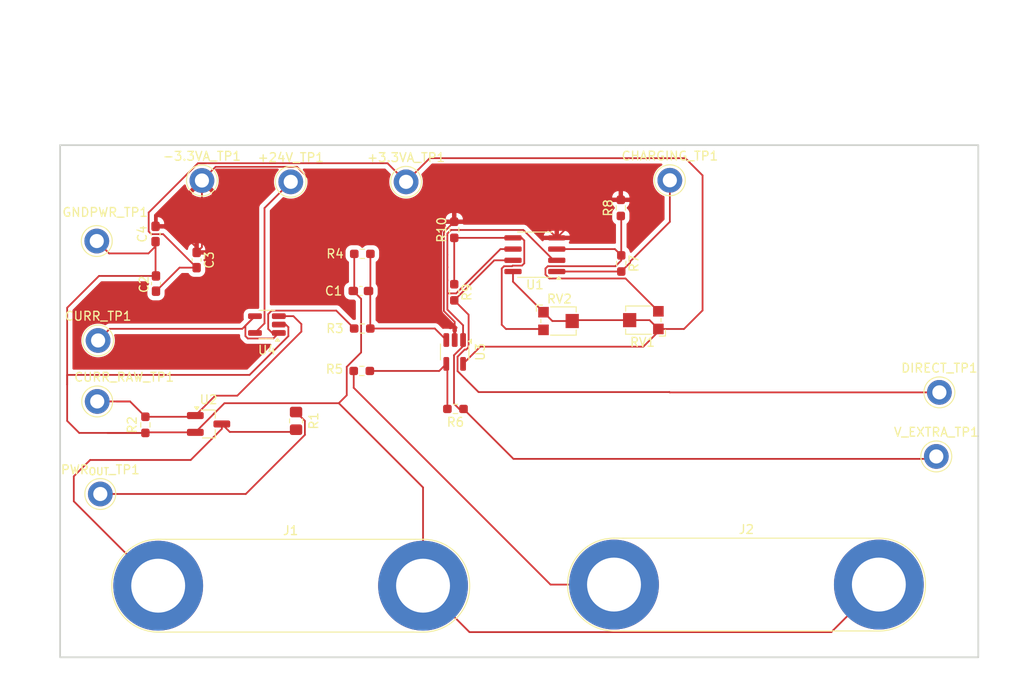
<source format=kicad_pcb>
(kicad_pcb (version 20241229) (generator "pcbnew") (generator_version "9.0")
  (layers (0 "F.Cu" signal) (2 "B.Cu" signal) (13 "F.Paste" user) (15 "B.Paste" user) (5 "F.SilkS" user "F.Silkscreen") (7 "B.SilkS" user "B.Silkscreen") (1 "F.Mask" user) (3 "B.Mask" user) (25 "Edge.Cuts" user))
  (net 0 "")
  (net 1 "+3.3VA")
  (net 2 "GNDPWR")
  (net 3 "/Current Sense/VN")
  (net 4 "+24V")
  (net 5 "/Current Sense/CEN_REF")
  (net 6 "-3V3")
  (net 7 "/Current Sense/VP")
  (net 8 "/Current Sense/DEN_REF")
  (net 9 "/Current Sense/CHARGING_IEN")
  (net 10 "/Current Sense/CURR")
  (net 11 "/Current Sense/DIRECT_IEN")
  (net 12 "/Current Sense/PWR_{IN}")
  (net 13 "/Current Sense/PWR_{OUT}")
  (net 14 "/Current Sense/POW_LIMIT")
  (net 15 "CURR_{RAW}")
  (net 16 "V_EXTRA")
  (footprint "Connector:Banana_Jack_2Pin" (layer "F.Cu") (at 208.98 108.05)
    (property "Reference" "J2" (at 14.985 -6.24 0) (layer "F.SilkS"))
    (property "Value" "Conn_01x02_Socket")
    (fp_line (start 0 5.25) (end 30 5.25) (stroke (width 0.12)) (layer "F.SilkS"))
    (fp_line (start 30 -5.25) (end 0 -5.25) (stroke (width 0.12)) (layer "F.SilkS"))
    (fp_arc (start 0 5.25) (mid -5.25 0) (end 0 -5.25) (stroke (width 0.12)) (layer "F.SilkS"))
    (fp_arc (start 30 -5.25) (mid 35.25 0) (end 30 5.25) (stroke (width 0.12)) (layer "F.SilkS"))
    (pad "1" thru_hole circle (at 0 0) (size 10.16 10.16) (drill 6.1) (layers "*.Cu" "*.Mask") (net 14 "/Current Sense/POW_LIMIT"))
    (pad "2" thru_hole circle (at 29.97 0) (size 10.16 10.16) (drill 6.1) (layers "*.Cu" "*.Mask") (net 2 "GNDPWR"))
  )
  (footprint "Resistor_SMD:R_0603_1608Metric_Pad0.98x0.95mm_HandSolder" (layer "F.Cu") (at 191.0385 88.176)
    (property "Reference" "R6" (at 0 1.5 0) (layer "F.SilkS"))
    (property "Value" "120k")
    (fp_line (start -0.254724 -0.5225) (end 0.254724 -0.5225) (stroke (width 0.12)) (layer "F.SilkS"))
    (fp_line (start -0.254724 0.5225) (end 0.254724 0.5225) (stroke (width 0.12)) (layer "F.SilkS"))
    (pad "1" smd roundrect (at -0.9125 0) (size 0.975 0.95) (layers "F.Cu" "F.Mask" "F.Paste") (net 7 "/Current Sense/VP"))
    (pad "2" smd roundrect (at 0.9125 0) (size 0.975 0.95) (layers "F.Cu" "F.Mask" "F.Paste") (net 16 "V_EXTRA"))
  )
  (footprint "Package_TO_SOT_SMD:SOT-23_Handsoldering" (layer "F.Cu") (at 163.101 89.876)
    (property "Reference" "U2" (at 0 -2.75 0) (layer "F.SilkS"))
    (property "Value" "INA138")
    (fp_line (start -0.04 -1.58) (end -0.84 -1.58) (stroke (width 0.12)) (layer "F.SilkS"))
    (fp_line (start -0.04 -1.58) (end 0.76 -1.58) (stroke (width 0.12)) (layer "F.SilkS"))
    (fp_line (start 0.76 -1.58) (end 0.76 -0.65) (stroke (width 0.12)) (layer "F.SilkS"))
    (fp_line (start 0.76 1.58) (end -0.7 1.58) (stroke (width 0.12)) (layer "F.SilkS"))
    (fp_line (start 0.76 1.58) (end 0.76 0.65) (stroke (width 0.12)) (layer "F.SilkS"))
    (fp_poly (pts (xy -1.34 -1.61) (xy -1.58 -1.94) (xy -1.1 -1.94) (xy -1.34 -1.61)) (stroke (width 0.12)) (fill yes) (layer "F.SilkS"))
    (pad "1" smd roundrect (at -1.5 -0.95) (size 1.9 0.8) (layers "F.Cu" "F.Mask" "F.Paste") (net 15 "CURR_{RAW}"))
    (pad "2" smd roundrect (at -1.5 0.95) (size 1.9 0.8) (layers "F.Cu" "F.Mask" "F.Paste") (net 2 "GNDPWR"))
    (pad "3" smd roundrect (at 1.5 0) (size 1.9 0.8) (layers "F.Cu" "F.Mask" "F.Paste") (net 12 "/Current Sense/PWR_{IN}"))
  )
  (footprint "Package_TO_SOT_SMD:SOT-23-5_HandSoldering" (layer "F.Cu") (at 169.701 78.626 180)
    (property "Reference" "U4" (at 0 -2.9 0) (layer "F.SilkS"))
    (property "Value" "TLV9301")
    (fp_line (start 0.1 -1.61) (end 0.9 -1.61) (stroke (width 0.12)) (layer "F.SilkS"))
    (fp_line (start 0.1 -1.61) (end -0.7 -1.61) (stroke (width 0.12)) (layer "F.SilkS"))
    (fp_line (start -0.9 1.61) (end 0.9 1.61) (stroke (width 0.12)) (layer "F.SilkS"))
    (fp_poly (pts (xy -1.2 -1.56) (xy -1.44 -1.89) (xy -0.96 -1.89) (xy -1.2 -1.56)) (stroke (width 0.12)) (fill yes) (layer "F.SilkS"))
    (pad "1" smd roundrect (at -1.35 -0.95 180) (size 1.56 0.65) (layers "F.Cu" "F.Mask" "F.Paste") (net 10 "/Current Sense/CURR"))
    (pad "2" smd roundrect (at -1.35 0 180) (size 1.56 0.65) (layers "F.Cu" "F.Mask" "F.Paste") (net 2 "GNDPWR"))
    (pad "3" smd roundrect (at -1.35 0.95 180) (size 1.56 0.65) (layers "F.Cu" "F.Mask" "F.Paste") (net 15 "CURR_{RAW}"))
    (pad "4" smd roundrect (at 1.35 0.95 180) (size 1.56 0.65) (layers "F.Cu" "F.Mask" "F.Paste") (net 10 "/Current Sense/CURR"))
    (pad "5" smd roundrect (at 1.35 -0.95 180) (size 1.56 0.65) (layers "F.Cu" "F.Mask" "F.Paste") (net 4 "+24V"))
  )
  (footprint "Capacitor_SMD:C_0603_1608Metric_Pad1.08x0.95mm_HandSolder" (layer "F.Cu") (at 157.151 73.9885 -90)
    (property "Reference" "C2" (at 0.0875 1.35 90) (layer "F.SilkS"))
    (property "Value" "0.1u")
    (fp_line (start -0.146267 0.51) (end 0.146267 0.51) (stroke (width 0.12)) (layer "F.SilkS"))
    (fp_line (start -0.146267 -0.51) (end 0.146267 -0.51) (stroke (width 0.12)) (layer "F.SilkS"))
    (pad "1" smd roundrect (at -0.8625 0 270) (size 1.075 0.95) (layers "F.Cu" "F.Mask" "F.Paste") (net 2 "GNDPWR"))
    (pad "2" smd roundrect (at 0.8625 0 270) (size 1.075 0.95) (layers "F.Cu" "F.Mask" "F.Paste") (net 1 "+3.3VA"))
  )
  (footprint "Potentiometer_SMD:Potentiometer_Bourns_TC33X_Vertical" (layer "F.Cu") (at 202.801 78.226)
    (property "Reference" "RV2" (at 0 -2.5 0) (layer "F.SilkS"))
    (property "Value" "TC33X-2-302E")
    (fp_line (start -2.6 -1.8) (end -2.6 -1.1) (stroke (width 0.12)) (layer "F.SilkS"))
    (fp_line (start -2.1 -0.2) (end -2.1 0.2) (stroke (width 0.12)) (layer "F.SilkS"))
    (fp_line (start -1.9 -1.8) (end -2.6 -1.8) (stroke (width 0.12)) (layer "F.SilkS"))
    (fp_line (start -1 -1.6) (end 1.9 -1.6) (stroke (width 0.12)) (layer "F.SilkS"))
    (fp_line (start -1 1.6) (end 1.9 1.6) (stroke (width 0.12)) (layer "F.SilkS"))
    (fp_line (start 1.9 -1.6) (end 1.9 -1) (stroke (width 0.12)) (layer "F.SilkS"))
    (fp_line (start 1.9 1.6) (end 1.9 1) (stroke (width 0.12)) (layer "F.SilkS"))
    (pad "1" smd rect (at -1.8 -1) (size 1.2 1.2) (layers "F.Cu" "F.Mask" "F.Paste") (net 1 "+3.3VA"))
    (pad "2" smd rect (at 1.45 0) (size 1.5 1.6) (layers "F.Cu" "F.Mask" "F.Paste") (net 1 "+3.3VA"))
    (pad "3" smd rect (at -1.8 1) (size 1.2 1.2) (layers "F.Cu" "F.Mask" "F.Paste") (net 8 "/Current Sense/DEN_REF"))
  )
  (footprint "TestPoint:TestPoint_Keystone_5010-5014_Multipurpose" (layer "F.Cu") (at 245.8 86.3)
    (property "Reference" "DIRECT_TP1" (at 0 -2.75 0) (layer "F.SilkS"))
    (property "Value" "TestPoint")
    (fp_circle (center 0 0) (end 1.75 0) (stroke (width 0.12)) (fill no) (layer "F.SilkS"))
    (pad "1" thru_hole circle (at 0 0) (size 2.8 2.8) (drill 1.6) (layers "*.Cu" "*.Mask") (net 11 "/Current Sense/DIRECT_IEN"))
  )
  (footprint "TestPoint:TestPoint_Keystone_5010-5014_Multipurpose" (layer "F.Cu") (at 162.351 62.326)
    (property "Reference" "-3.3VA_TP1" (at 0 -2.75 0) (layer "F.SilkS"))
    (property "Value" "TestPoint")
    (fp_circle (center 0 0) (end 1.75 0) (stroke (width 0.12)) (fill no) (layer "F.SilkS"))
    (pad "1" thru_hole circle (at 0 0) (size 2.8 2.8) (drill 1.6) (layers "*.Cu" "*.Mask") (net 6 "-3V3"))
  )
  (footprint "Capacitor_SMD:C_0603_1608Metric_Pad1.08x0.95mm_HandSolder" (layer "F.Cu") (at 157.101 68.376 -90)
    (property "Reference" "C4" (at 0 1.5 90) (layer "F.SilkS"))
    (property "Value" "0.1u")
    (fp_line (start -0.146267 0.51) (end 0.146267 0.51) (stroke (width 0.12)) (layer "F.SilkS"))
    (fp_line (start -0.146267 -0.51) (end 0.146267 -0.51) (stroke (width 0.12)) (layer "F.SilkS"))
    (pad "1" smd roundrect (at -0.8625 0 270) (size 1.075 0.95) (layers "F.Cu" "F.Mask" "F.Paste") (net 6 "-3V3"))
    (pad "2" smd roundrect (at 0.8625 0 270) (size 1.075 0.95) (layers "F.Cu" "F.Mask" "F.Paste") (net 2 "GNDPWR"))
  )
  (footprint "TestPoint:TestPoint_Keystone_5010-5014_Multipurpose" (layer "F.Cu") (at 150.501 87.326)
    (property "Reference" "CURR_RAW_TP1" (at 3.05 -2.75 0) (layer "F.SilkS"))
    (property "Value" "TestPoint")
    (fp_circle (center 0 0) (end 1.75 0) (stroke (width 0.12)) (fill no) (layer "F.SilkS"))
    (pad "1" thru_hole circle (at 0 0) (size 2.8 2.8) (drill 1.6) (layers "*.Cu" "*.Mask") (net 15 "CURR_{RAW}"))
  )
  (footprint "Resistor_SMD:R_0603_1608Metric_Pad0.98x0.95mm_HandSolder" (layer "F.Cu") (at 209.751 65.426 90)
    (property "Reference" "R8" (at 0 -1.43 90) (layer "F.SilkS"))
    (property "Value" "1k")
    (fp_line (start -0.254724 -0.5225) (end 0.254724 -0.5225) (stroke (width 0.12)) (layer "F.SilkS"))
    (fp_line (start -0.254724 0.5225) (end 0.254724 0.5225) (stroke (width 0.12)) (layer "F.SilkS"))
    (pad "1" smd roundrect (at -0.9125 0 90) (size 0.975 0.95) (layers "F.Cu" "F.Mask" "F.Paste") (net 5 "/Current Sense/CEN_REF"))
    (pad "2" smd roundrect (at 0.9125 0 90) (size 0.975 0.95) (layers "F.Cu" "F.Mask" "F.Paste") (net 6 "-3V3"))
  )
  (footprint "TestPoint:TestPoint_Keystone_5010-5014_Multipurpose" (layer "F.Cu") (at 150.85 97.8)
    (property "Reference" "PWR_{OUT}_TP1" (at 0 -2.75 0) (layer "F.SilkS"))
    (property "Value" "TestPoint")
    (fp_circle (center 0 0) (end 1.75 0) (stroke (width 0.12)) (fill no) (layer "F.SilkS"))
    (pad "1" thru_hole circle (at 0 0) (size 2.8 2.8) (drill 1.6) (layers "*.Cu" "*.Mask") (net 13 "/Current Sense/PWR_{OUT}"))
  )
  (footprint "Package_TO_SOT_SMD:SOT-23-5_HandSoldering" (layer "F.Cu") (at 190.951 81.726 -90)
    (property "Reference" "U3" (at 0 -2.9 90) (layer "F.SilkS"))
    (property "Value" "TLV9301")
    (fp_line (start -0.9 1.61) (end 0.9 1.61) (stroke (width 0.12)) (layer "F.SilkS"))
    (fp_line (start 0.1 -1.61) (end -0.7 -1.61) (stroke (width 0.12)) (layer "F.SilkS"))
    (fp_line (start 0.1 -1.61) (end 0.9 -1.61) (stroke (width 0.12)) (layer "F.SilkS"))
    (fp_poly (pts (xy -1.2 -1.56) (xy -1.44 -1.89) (xy -0.96 -1.89) (xy -1.2 -1.56)) (stroke (width 0.12)) (fill yes) (layer "F.SilkS"))
    (pad "1" smd roundrect (at -1.35 -0.95 270) (size 1.56 0.65) (layers "F.Cu" "F.Mask" "F.Paste") (net 16 "V_EXTRA"))
    (pad "2" smd roundrect (at -1.35 0 270) (size 1.56 0.65) (layers "F.Cu" "F.Mask" "F.Paste") (net 6 "-3V3"))
    (pad "3" smd roundrect (at -1.35 0.95 270) (size 1.56 0.65) (layers "F.Cu" "F.Mask" "F.Paste") (net 3 "/Current Sense/VN"))
    (pad "4" smd roundrect (at 1.35 0.95 270) (size 1.56 0.65) (layers "F.Cu" "F.Mask" "F.Paste") (net 7 "/Current Sense/VP"))
    (pad "5" smd roundrect (at 1.35 -0.95 270) (size 1.56 0.65) (layers "F.Cu" "F.Mask" "F.Paste") (net 1 "+3.3VA"))
  )
  (footprint "Capacitor_SMD:C_0603_1608Metric_Pad1.08x0.95mm_HandSolder" (layer "F.Cu") (at 161.751 71.326 -90)
    (property "Reference" "C3" (at 0 -1.43 90) (layer "F.SilkS"))
    (property "Value" "0.1u")
    (fp_line (start -0.146267 0.51) (end 0.146267 0.51) (stroke (width 0.12)) (layer "F.SilkS"))
    (fp_line (start -0.146267 -0.51) (end 0.146267 -0.51) (stroke (width 0.12)) (layer "F.SilkS"))
    (pad "1" smd roundrect (at -0.8625 0 270) (size 1.075 0.95) (layers "F.Cu" "F.Mask" "F.Paste") (net 6 "-3V3"))
    (pad "2" smd roundrect (at 0.8625 0 270) (size 1.075 0.95) (layers "F.Cu" "F.Mask" "F.Paste") (net 1 "+3.3VA"))
  )
  (footprint "Resistor_SMD:R_0603_1608Metric_Pad0.98x0.95mm_HandSolder" (layer "F.Cu") (at 180.4885 79.076)
    (property "Reference" "R3" (at -3.0875 0 0) (layer "F.SilkS"))
    (property "Value" "30k")
    (fp_line (start -0.254724 -0.5225) (end 0.254724 -0.5225) (stroke (width 0.12)) (layer "F.SilkS"))
    (fp_line (start -0.254724 0.5225) (end 0.254724 0.5225) (stroke (width 0.12)) (layer "F.SilkS"))
    (pad "1" smd roundrect (at -0.9125 0) (size 0.975 0.95) (layers "F.Cu" "F.Mask" "F.Paste") (net 10 "/Current Sense/CURR"))
    (pad "2" smd roundrect (at 0.9125 0) (size 0.975 0.95) (layers "F.Cu" "F.Mask" "F.Paste") (net 3 "/Current Sense/VN"))
  )
  (footprint "TestPoint:TestPoint_Keystone_5010-5014_Multipurpose" (layer "F.Cu") (at 150.601 80.426)
    (property "Reference" "CURR_TP1" (at 0 -2.75 0) (layer "F.SilkS"))
    (property "Value" "TestPoint")
    (fp_circle (center 0 0) (end 1.75 0) (stroke (width 0.12)) (fill no) (layer "F.SilkS"))
    (pad "1" thru_hole circle (at 0 0) (size 2.8 2.8) (drill 1.6) (layers "*.Cu" "*.Mask") (net 10 "/Current Sense/CURR"))
  )
  (footprint "TestPoint:TestPoint_Keystone_5010-5014_Multipurpose" (layer "F.Cu") (at 185.451 62.476)
    (property "Reference" "+3.3VA_TP1" (at 0 -2.75 0) (layer "F.SilkS"))
    (property "Value" "TestPoint")
    (fp_circle (center 0 0) (end 1.75 0) (stroke (width 0.12)) (fill no) (layer "F.SilkS"))
    (pad "1" thru_hole circle (at 0 0) (size 2.8 2.8) (drill 1.6) (layers "*.Cu" "*.Mask") (net 1 "+3.3VA"))
  )
  (footprint "TestPoint:TestPoint_Keystone_5010-5014_Multipurpose" (layer "F.Cu") (at 172.401 62.476)
    (property "Reference" "+24V_TP1" (at 0 -2.75 0) (layer "F.SilkS"))
    (property "Value" "TestPoint")
    (fp_circle (center 0 0) (end 1.75 0) (stroke (width 0.12)) (fill no) (layer "F.SilkS"))
    (pad "1" thru_hole circle (at 0 0) (size 2.8 2.8) (drill 1.6) (layers "*.Cu" "*.Mask") (net 4 "+24V"))
  )
  (footprint "Package_SO:SOIC-8_3.9x4.9mm_P1.27mm" (layer "F.Cu") (at 200.026 70.721 180)
    (property "Reference" "U1" (at 0 -3.4 0) (layer "F.SilkS"))
    (property "Value" "TS3702")
    (fp_line (start 0 2.56) (end 1.95 2.56) (stroke (width 0.12)) (layer "F.SilkS"))
    (fp_line (start 0 2.56) (end -1.95 2.56) (stroke (width 0.12)) (layer "F.SilkS"))
    (fp_line (start 0 -2.56) (end 1.95 -2.56) (stroke (width 0.12)) (layer "F.SilkS"))
    (fp_line (start 0 -2.56) (end -1.95 -2.56) (stroke (width 0.12)) (layer "F.SilkS"))
    (fp_poly (pts (xy -2.7 -2.465) (xy -2.94 -2.795) (xy -2.46 -2.795)) (stroke (width 0.12)) (fill yes) (layer "F.SilkS"))
    (pad "1" smd roundrect (at -2.475 -1.905 180) (size 1.95 0.6) (layers "F.Cu" "F.Mask" "F.Paste") (net 9 "/Current Sense/CHARGING_IEN"))
    (pad "2" smd roundrect (at -2.475 -0.635 180) (size 1.95 0.6) (layers "F.Cu" "F.Mask" "F.Paste") (net 16 "V_EXTRA"))
    (pad "3" smd roundrect (at -2.475 0.635 180) (size 1.95 0.6) (layers "F.Cu" "F.Mask" "F.Paste") (net 5 "/Current Sense/CEN_REF"))
    (pad "4" smd roundrect (at -2.475 1.905 180) (size 1.95 0.6) (layers "F.Cu" "F.Mask" "F.Paste") (net 6 "-3V3"))
    (pad "5" smd roundrect (at 2.475 1.905 180) (size 1.95 0.6) (layers "F.Cu" "F.Mask" "F.Paste") (net 8 "/Current Sense/DEN_REF"))
    (pad "6" smd roundrect (at 2.475 0.635 180) (size 1.95 0.6) (layers "F.Cu" "F.Mask" "F.Paste") (net 16 "V_EXTRA"))
    (pad "7" smd roundrect (at 2.475 -0.635 180) (size 1.95 0.6) (layers "F.Cu" "F.Mask" "F.Paste") (net 11 "/Current Sense/DIRECT_IEN"))
    (pad "8" smd roundrect (at 2.475 -1.905 180) (size 1.95 0.6) (layers "F.Cu" "F.Mask" "F.Paste") (net 1 "+3.3VA"))
  )
  (footprint "Resistor_SMD:R_0805_2012Metric_Pad1.20x1.40mm_HandSolder" (layer "F.Cu") (at 173.001 89.526 90)
    (property "Reference" "R1" (at 0 2 90) (layer "F.SilkS"))
    (property "Value" "0.02")
    (fp_line (start -0.227064 -0.735) (end 0.227064 -0.735) (stroke (width 0.12)) (layer "F.SilkS"))
    (fp_line (start -0.227064 0.735) (end 0.227064 0.735) (stroke (width 0.12)) (layer "F.SilkS"))
    (pad "1" smd roundrect (at -1 0 90) (size 1.2 1.4) (layers "F.Cu" "F.Mask" "F.Paste") (roundrect_rratio 0.208333) (net 12 "/Current Sense/PWR_{IN}"))
    (pad "2" smd roundrect (at 1 0 90) (size 1.2 1.4) (layers "F.Cu" "F.Mask" "F.Paste") (roundrect_rratio 0.208333) (net 13 "/Current Sense/PWR_{OUT}"))
  )
  (footprint "Capacitor_SMD:C_0603_1608Metric_Pad1.08x0.95mm_HandSolder" (layer "F.Cu") (at 180.3385 74.826)
    (property "Reference" "C1" (at -3.0875 0 0) (layer "F.SilkS"))
    (property "Value" "100p")
    (fp_line (start -0.146267 -0.51) (end 0.146267 -0.51) (stroke (width 0.12)) (layer "F.SilkS"))
    (fp_line (start -0.146267 0.51) (end 0.146267 0.51) (stroke (width 0.12)) (layer "F.SilkS"))
    (pad "1" smd roundrect (at -0.8625 0) (size 1.075 0.95) (layers "F.Cu" "F.Mask" "F.Paste") (net 2 "GNDPWR"))
    (pad "2" smd roundrect (at 0.8625 0) (size 1.075 0.95) (layers "F.Cu" "F.Mask" "F.Paste") (net 3 "/Current Sense/VN"))
  )
  (footprint "Resistor_SMD:R_0603_1608Metric_Pad0.98x0.95mm_HandSolder" (layer "F.Cu") (at 155.951 89.976 -90)
    (property "Reference" "R2" (at 0 1.5 90) (layer "F.SilkS"))
    (property "Value" "100k" (hide yes))
    (fp_line (start -0.254724 0.5225) (end 0.254724 0.5225) (stroke (width 0.12)) (layer "F.SilkS"))
    (fp_line (start -0.254724 -0.5225) (end 0.254724 -0.5225) (stroke (width 0.12)) (layer "F.SilkS"))
    (pad "1" smd roundrect (at -0.9125 0 270) (size 0.975 0.95) (layers "F.Cu" "F.Mask" "F.Paste") (net 15 "CURR_{RAW}"))
    (pad "2" smd roundrect (at 0.9125 0 270) (size 0.975 0.95) (layers "F.Cu" "F.Mask" "F.Paste") (net 2 "GNDPWR"))
  )
  (footprint "Resistor_SMD:R_0603_1608Metric_Pad0.98x0.95mm_HandSolder" (layer "F.Cu") (at 190.901 74.976 -90)
    (property "Reference" "R9" (at 0 -1.43 90) (layer "F.SilkS"))
    (property "Value" "12k")
    (fp_line (start -0.254724 0.5225) (end 0.254724 0.5225) (stroke (width 0.12)) (layer "F.SilkS"))
    (fp_line (start -0.254724 -0.5225) (end 0.254724 -0.5225) (stroke (width 0.12)) (layer "F.SilkS"))
    (pad "1" smd roundrect (at -0.9125 0 270) (size 0.975 0.95) (layers "F.Cu" "F.Mask" "F.Paste") (net 8 "/Current Sense/DEN_REF"))
    (pad "2" smd roundrect (at 0.9125 0 270) (size 0.975 0.95) (layers "F.Cu" "F.Mask" "F.Paste") (net 11 "/Current Sense/DIRECT_IEN"))
  )
  (footprint "TestPoint:TestPoint_Keystone_5010-5014_Multipurpose" (layer "F.Cu") (at 150.451 69.176)
    (property "Reference" "GNDPWR_TP1" (at 0.95 -3.25 0) (layer "F.SilkS"))
    (property "Value" "TestPoint")
    (fp_circle (center 0 0) (end 1.75 0) (stroke (width 0.12)) (fill no) (layer "F.SilkS"))
    (pad "1" thru_hole circle (at 0 0) (size 2.8 2.8) (drill 1.6) (layers "*.Cu" "*.Mask") (net 2 "GNDPWR"))
  )
  (footprint "TestPoint:TestPoint_Keystone_5010-5014_Multipurpose" (layer "F.Cu") (at 245.45 93.55)
    (property "Reference" "V_EXTRA_TP1" (at 0 -2.75 0) (layer "F.SilkS"))
    (property "Value" "TestPoint")
    (fp_circle (center 0 0) (end 1.75 0) (stroke (width 0.12)) (fill no) (layer "F.SilkS"))
    (pad "1" thru_hole circle (at 0 0) (size 2.8 2.8) (drill 1.6) (layers "*.Cu" "*.Mask") (net 16 "V_EXTRA"))
  )
  (footprint "Resistor_SMD:R_0603_1608Metric_Pad0.98x0.95mm_HandSolder" (layer "F.Cu") (at 190.901 67.9035 90)
    (property "Reference" "R10" (at 0 -1.43 90) (layer "F.SilkS"))
    (property "Value" "1k")
    (fp_line (start -0.254724 -0.5225) (end 0.254724 -0.5225) (stroke (width 0.12)) (layer "F.SilkS"))
    (fp_line (start -0.254724 0.5225) (end 0.254724 0.5225) (stroke (width 0.12)) (layer "F.SilkS"))
    (pad "1" smd roundrect (at -0.9125 0 90) (size 0.975 0.95) (layers "F.Cu" "F.Mask" "F.Paste") (net 8 "/Current Sense/DEN_REF"))
    (pad "2" smd roundrect (at 0.9125 0 90) (size 0.975 0.95) (layers "F.Cu" "F.Mask" "F.Paste") (net 6 "-3V3"))
  )
  (footprint "Resistor_SMD:R_0603_1608Metric_Pad0.98x0.95mm_HandSolder" (layer "F.Cu") (at 209.801 71.7135 -90)
    (property "Reference" "R7" (at 0 -1.43 90) (layer "F.SilkS"))
    (property "Value" "12k")
    (fp_line (start -0.254724 0.5225) (end 0.254724 0.5225) (stroke (width 0.12)) (layer "F.SilkS"))
    (fp_line (start -0.254724 -0.5225) (end 0.254724 -0.5225) (stroke (width 0.12)) (layer "F.SilkS"))
    (pad "1" smd roundrect (at -0.9125 0 270) (size 0.975 0.95) (layers "F.Cu" "F.Mask" "F.Paste") (net 5 "/Current Sense/CEN_REF"))
    (pad "2" smd roundrect (at 0.9125 0 270) (size 0.975 0.95) (layers "F.Cu" "F.Mask" "F.Paste") (net 9 "/Current Sense/CHARGING_IEN"))
  )
  (footprint "Resistor_SMD:R_0603_1608Metric_Pad0.98x0.95mm_HandSolder" (layer "F.Cu") (at 180.501 70.626 180)
    (property "Reference" "R4" (at 3.0875 0 0) (layer "F.SilkS"))
    (property "Value" "120k")
    (fp_line (start -0.254724 0.5225) (end 0.254724 0.5225) (stroke (width 0.12)) (layer "F.SilkS"))
    (fp_line (start -0.254724 -0.5225) (end 0.254724 -0.5225) (stroke (width 0.12)) (layer "F.SilkS"))
    (pad "1" smd roundrect (at -0.9125 0 180) (size 0.975 0.95) (layers "F.Cu" "F.Mask" "F.Paste") (net 3 "/Current Sense/VN"))
    (pad "2" smd roundrect (at 0.9125 0 180) (size 0.975 0.95) (layers "F.Cu" "F.Mask" "F.Paste") (net 2 "GNDPWR"))
  )
  (footprint "Resistor_SMD:R_0603_1608Metric_Pad0.98x0.95mm_HandSolder" (layer "F.Cu") (at 180.4385 83.876)
    (property "Reference" "R5" (at -3.0875 -0.2 0) (layer "F.SilkS"))
    (property "Value" "30k")
    (fp_line (start -0.254724 -0.5225) (end 0.254724 -0.5225) (stroke (width 0.12)) (layer "F.SilkS"))
    (fp_line (start -0.254724 0.5225) (end 0.254724 0.5225) (stroke (width 0.12)) (layer "F.SilkS"))
    (pad "1" smd roundrect (at -0.9125 0) (size 0.975 0.95) (layers "F.Cu" "F.Mask" "F.Paste") (net 14 "/Current Sense/POW_LIMIT"))
    (pad "2" smd roundrect (at 0.9125 0) (size 0.975 0.95) (layers "F.Cu" "F.Mask" "F.Paste") (net 7 "/Current Sense/VP"))
  )
  (footprint "Potentiometer_SMD:Potentiometer_Bourns_TC33X_Vertical" (layer "F.Cu") (at 212.201 78.126 180)
    (property "Reference" "RV1" (at 0 -2.5 0) (layer "F.SilkS"))
    (property "Value" "TC33X-2-302E")
    (fp_line (start 1.9 1.6) (end 1.9 1) (stroke (width 0.12)) (layer "F.SilkS"))
    (fp_line (start 1.9 -1.6) (end 1.9 -1) (stroke (width 0.12)) (layer "F.SilkS"))
    (fp_line (start -1 1.6) (end 1.9 1.6) (stroke (width 0.12)) (layer "F.SilkS"))
    (fp_line (start -1 -1.6) (end 1.9 -1.6) (stroke (width 0.12)) (layer "F.SilkS"))
    (fp_line (start -1.9 -1.8) (end -2.6 -1.8) (stroke (width 0.12)) (layer "F.SilkS"))
    (fp_line (start -2.1 -0.2) (end -2.1 0.2) (stroke (width 0.12)) (layer "F.SilkS"))
    (fp_line (start -2.6 -1.8) (end -2.6 -1.1) (stroke (width 0.12)) (layer "F.SilkS"))
    (pad "1" smd rect (at -1.8 -1 180) (size 1.2 1.2) (layers "F.Cu" "F.Mask" "F.Paste") (net 1 "+3.3VA"))
    (pad "2" smd rect (at 1.45 0 180) (size 1.5 1.6) (layers "F.Cu" "F.Mask" "F.Paste") (net 1 "+3.3VA"))
    (pad "3" smd rect (at -1.8 1 180) (size 1.2 1.2) (layers "F.Cu" "F.Mask" "F.Paste") (net 5 "/Current Sense/CEN_REF"))
  )
  (footprint "Connector:Banana_Jack_2Pin" (layer "F.Cu") (at 157.401 108.176)
    (property "Reference" "J1" (at 14.985 -6.24 0) (layer "F.SilkS"))
    (property "Value" "Conn_01x02_Socket")
    (fp_line (start 0 5.25) (end 30 5.25) (stroke (width 0.12)) (layer "F.SilkS"))
    (fp_line (start 30 -5.25) (end 0 -5.25) (stroke (width 0.12)) (layer "F.SilkS"))
    (fp_arc (start 0 5.25) (mid -5.25 0) (end 0 -5.25) (stroke (width 0.12)) (layer "F.SilkS"))
    (fp_arc (start 30 -5.25) (mid 35.25 0) (end 30 5.25) (stroke (width 0.12)) (layer "F.SilkS"))
    (pad "1" thru_hole circle (at 0 0) (size 10.16 10.16) (drill 6.1) (layers "*.Cu" "*.Mask") (net 12 "/Current Sense/PWR_{IN}"))
    (pad "2" thru_hole circle (at 29.97 0) (size 10.16 10.16) (drill 6.1) (layers "*.Cu" "*.Mask") (net 2 "GNDPWR"))
  )
  (footprint "TestPoint:TestPoint_Keystone_5010-5014_Multipurpose" (layer "F.Cu") (at 215.3 62.3)
    (property "Reference" "CHARGING_TP1" (at 0 -2.75 0) (layer "F.SilkS"))
    (property "Value" "TestPoint")
    (fp_circle (center 0 0) (end 1.75 0) (stroke (width 0.12)) (fill no) (layer "F.SilkS"))
    (pad "1" thru_hole circle (at 0 0) (size 2.8 2.8) (drill 1.6) (layers "*.Cu" "*.Mask") (net 9 "/Current Sense/CHARGING_IEN"))
  )
  (gr_rect (start 146.301 58.326) (end 250.201 116.276) (stroke (width 0.2)) (fill no) (layer "Edge.Cuts"))
  (segment (start 161.751 72.1885) (end 159.8135 72.1885) (width 0.2) (layer "F.Cu") (net 1))
  (segment (start 197.551 73.776) (end 201.001 77.226) (width 0.2) (layer "F.Cu") (net 1))
  (segment (start 185.451 62.476) (end 183.349 60.374) (width 0.2) (layer "F.Cu") (net 1))
  (segment (start 219.001 77.026) (end 216.901 79.126) (width 0.2) (layer "F.Cu") (net 1))
  (segment (start 161.897422 60.374) (end 156.325 65.946422) (width 0.2) (layer "F.Cu") (net 1))
  (segment (start 193.848 81.129) (end 212.298 81.129) (width 0.2) (layer "F.Cu") (net 1))
  (segment (start 219.001 61.751) (end 219.001 77.026) (width 0.2) (layer "F.Cu") (net 1))
  (segment (start 159.8135 72.1885) (end 157.151 74.851) (width 0.2) (layer "F.Cu") (net 1))
  (segment (start 213.001 78.126) (end 214.001 79.126) (width 0.2) (layer "F.Cu") (net 1))
  (segment (start 210.751 78.126) (end 204.351 78.126) (width 0.2) (layer "F.Cu") (net 1))
  (segment (start 214.001 79.426) (end 214.001 79.126) (width 0.2) (layer "F.Cu") (net 1))
  (segment (start 217.05 59.8) (end 219.001 61.751) (width 0.2) (layer "F.Cu") (net 1))
  (segment (start 212.298 81.129) (end 214.001 79.426) (width 0.2) (layer "F.Cu") (net 1))
  (segment (start 202.001 78.226) (end 204.251 78.226) (width 0.2) (layer "F.Cu") (net 1))
  (segment (start 197.551 72.626) (end 197.551 73.776) (width 0.2) (layer "F.Cu") (net 1))
  (segment (start 210.751 78.126) (end 213.001 78.126) (width 0.2) (layer "F.Cu") (net 1))
  (segment (start 156.633866 68.4) (end 157.9625 68.4) (width 0.2) (layer "F.Cu") (net 1))
  (segment (start 183.349 60.374) (end 161.897422 60.374) (width 0.2) (layer "F.Cu") (net 1))
  (segment (start 156.325 68.091134) (end 156.633866 68.4) (width 0.2) (layer "F.Cu") (net 1))
  (segment (start 191.901 83.076) (end 193.848 81.129) (width 0.2) (layer "F.Cu") (net 1))
  (segment (start 201.001 77.226) (end 202.001 78.226) (width 0.2) (layer "F.Cu") (net 1))
  (segment (start 156.325 65.946422) (end 156.325 68.091134) (width 0.2) (layer "F.Cu") (net 1))
  (segment (start 204.351 78.126) (end 204.251 78.226) (width 0.2) (layer "F.Cu") (net 1))
  (segment (start 216.901 79.126) (end 214.001 79.126) (width 0.2) (layer "F.Cu") (net 1))
  (segment (start 157.9625 68.4) (end 161.751 72.1885) (width 0.2) (layer "F.Cu") (net 1))
  (segment (start 185.451 62.476) (end 188.127 59.8) (width 0.2) (layer "F.Cu") (net 1))
  (segment (start 188.127 59.8) (end 217.05 59.8) (width 0.2) (layer "F.Cu") (net 1))
  (segment (start 172.132 79.93499) (end 167.74099 84.326) (width 0.2) (layer "F.Cu") (net 2))
  (segment (start 233.569 113.431) (end 192.626 113.431) (width 0.2) (layer "F.Cu") (net 2))
  (segment (start 147.101 85.426) (end 147.101 76.726) (width 0.2) (layer "F.Cu") (net 2))
  (segment (start 161.601 90.826) (end 156.0135 90.826) (width 0.2) (layer "F.Cu") (net 2))
  (segment (start 147.101 76.726) (end 150.701 73.126) (width 0.2) (layer "F.Cu") (net 2))
  (segment (start 157.101 69.776) (end 157.101 69.2385) (width 0.2) (layer "F.Cu") (net 2))
  (segment (start 155.951 90.8885) (end 148.4635 90.8885) (width 0.2) (layer "F.Cu") (net 2))
  (segment (start 156.0135 90.826) (end 155.951 90.8885) (width 0.2) (layer "F.Cu") (net 2))
  (segment (start 150.701 73.126) (end 157.151 73.126) (width 0.2) (layer "F.Cu") (net 2))
  (segment (start 167.74099 84.326) (end 147.101 84.326) (width 0.2) (layer "F.Cu") (net 2))
  (segment (start 157.101 69.2385) (end 157.101 73.076) (width 0.2) (layer "F.Cu") (net 2))
  (segment (start 177.83716 87.526) (end 164.901 87.526) (width 0.2) (layer "F.Cu") (net 2))
  (segment (start 180.3645 75.7145) (end 180.3645 81.781866) (width 0.2) (layer "F.Cu") (net 2))
  (segment (start 179.426 74.776) (end 179.476 74.826) (width 0.2) (layer "F.Cu") (net 2))
  (segment (start 178.7375 86.62566) (end 177.83716 87.526) (width 0.2) (layer "F.Cu") (net 2))
  (segment (start 238.95 108.05) (end 233.569 113.431) (width 0.2) (layer "F.Cu") (net 2))
  (segment (start 192.626 113.431) (end 187.371 108.176) (width 0.2) (layer "F.Cu") (net 2))
  (segment (start 164.901 87.526) (end 163.8135 88.6135) (width 0.2) (layer "F.Cu") (net 2))
  (segment (start 172.132 78.927001) (end 172.132 79.93499) (width 0.2) (layer "F.Cu") (net 2))
  (segment (start 150.451 69.176) (end 151.850999 70.575999) (width 0.2) (layer "F.Cu") (net 2))
  (segment (start 171.830999 78.626) (end 172.132 78.927001) (width 0.2) (layer "F.Cu") (net 2))
  (segment (start 187.371 108.176) (end 187.371 97.05984) (width 0.2) (layer "F.Cu") (net 2))
  (segment (start 151.850999 70.575999) (end 156.299586 70.575999) (width 0.2) (layer "F.Cu") (net 2))
  (segment (start 157.101 73.076) (end 157.151 73.126) (width 0.2) (layer "F.Cu") (net 2))
  (segment (start 180.3645 81.781866) (end 178.7375 83.408866) (width 0.2) (layer "F.Cu") (net 2))
  (segment (start 161.601 90.826) (end 163.8135 88.6135) (width 0.2) (layer "F.Cu") (net 2))
  (segment (start 156.299586 70.575999) (end 156.9839 69.891685) (width 0.2) (layer "F.Cu") (net 2))
  (segment (start 163.8135 88.6135) (end 163.637936 88.789064) (width 0.2) (layer "F.Cu") (net 2))
  (segment (start 171.051 78.626) (end 171.830999 78.626) (width 0.2) (layer "F.Cu") (net 2))
  (segment (start 179.476 74.826) (end 180.3645 75.7145) (width 0.2) (layer "F.Cu") (net 2))
  (segment (start 148.4635 90.8885) (end 147.101 89.526) (width 0.2) (layer "F.Cu") (net 2))
  (segment (start 179.5885 74.7135) (end 179.476 74.826) (width 0.2) (layer "F.Cu") (net 2))
  (segment (start 156.9839 69.891685) (end 156.985315 69.891685) (width 0.2) (layer "F.Cu") (net 2))
  (segment (start 151.657922 90.8885) (end 155.951 90.8885) (width 0.2) (layer "F.Cu") (net 2))
  (segment (start 156.985315 69.891685) (end 157.101 69.776) (width 0.2) (layer "F.Cu") (net 2))
  (segment (start 187.371 97.05984) (end 177.83716 87.526) (width 0.2) (layer "F.Cu") (net 2))
  (segment (start 179.5885 70.626) (end 179.5885 74.7135) (width 0.2) (layer "F.Cu") (net 2))
  (segment (start 147.101 84.326) (end 147.101 85.426) (width 0.2) (layer "F.Cu") (net 2))
  (segment (start 178.7375 83.408866) (end 178.7375 86.62566) (width 0.2) (layer "F.Cu") (net 2))
  (segment (start 147.101 89.526) (end 147.101 85.426) (width 0.2) (layer "F.Cu") (net 2))
  (segment (start 181.401 75.026) (end 181.201 74.826) (width 0.2) (layer "F.Cu") (net 3))
  (segment (start 190.001 80.376) (end 188.701 79.076) (width 0.2) (layer "F.Cu") (net 3))
  (segment (start 181.4135 74.6135) (end 181.201 74.826) (width 0.2) (layer "F.Cu") (net 3))
  (segment (start 181.401 79.076) (end 181.401 75.026) (width 0.2) (layer "F.Cu") (net 3))
  (segment (start 188.701 79.076) (end 181.401 79.076) (width 0.2) (layer "F.Cu") (net 3))
  (segment (start 181.4135 70.626) (end 181.4135 74.6135) (width 0.2) (layer "F.Cu") (net 3))
  (segment (start 169.432 78.495) (end 169.432 65.445) (width 0.2) (layer "F.Cu") (net 4))
  (segment (start 169.432 65.445) (end 172.401 62.476) (width 0.2) (layer "F.Cu") (net 4))
  (segment (start 168.351 79.576) (end 169.432 78.495) (width 0.2) (layer "F.Cu") (net 4))
  (segment (start 201.672532 73.4145) (end 201.225 72.966968) (width 0.2) (layer "F.Cu") (net 5))
  (segment (start 209.801 66.3885) (end 209.801 70.801) (width 0.2) (layer "F.Cu") (net 5))
  (segment (start 201.225 72.285032) (end 201.485032 72.025) (width 0.2) (layer "F.Cu") (net 5))
  (segment (start 209.801 70.801) (end 209.086 70.086) (width 0.2) (layer "F.Cu") (net 5))
  (segment (start 214.001 77.126) (end 210.2895 73.4145) (width 0.2) (layer "F.Cu") (net 5))
  (segment (start 210.2895 73.4145) (end 201.672532 73.4145) (width 0.2) (layer "F.Cu") (net 5))
  (segment (start 209.086 70.086) (end 202.501 70.086) (width 0.2) (layer "F.Cu") (net 5))
  (segment (start 209.146366 72.025) (end 209.801 71.370366) (width 0.2) (layer "F.Cu") (net 5))
  (segment (start 201.485032 72.025) (end 209.146366 72.025) (width 0.2) (layer "F.Cu") (net 5))
  (segment (start 209.751 66.3385) (end 209.801 66.3885) (width 0.2) (layer "F.Cu") (net 5))
  (segment (start 209.801 71.370366) (end 209.801 70.801) (width 0.2) (layer "F.Cu") (net 5))
  (segment (start 201.225 72.966968) (end 201.225 72.285032) (width 0.2) (layer "F.Cu") (net 5))
  (segment (start 189.724 77.096057) (end 189.724 68.168) (width 0.2) (layer "F.Cu") (net 6))
  (segment (start 189.724 68.168) (end 190.901 66.991) (width 0.2) (layer "F.Cu") (net 6))
  (segment (start 206.8035 64.5135) (end 202.501 68.816) (width 0.2) (layer "F.Cu") (net 6))
  (segment (start 162.351 69.8635) (end 161.751 70.4635) (width 0.2) (layer "F.Cu") (net 6))
  (segment (start 159.3385 67.5135) (end 157.101 67.5135) (width 0.2) (layer "F.Cu") (net 6))
  (segment (start 161.751 69.926) (end 159.3385 67.5135) (width 0.2) (layer "F.Cu") (net 6))
  (segment (start 163.902 60.775) (end 162.351 62.326) (width 0.2) (layer "F.Cu") (net 6))
  (segment (start 190.951 80.376) (end 190.951 78.323057) (width 0.2) (layer "F.Cu") (net 6))
  (segment (start 190.951 80.376) (end 190.901 80.326) (width 0.2) (layer "F.Cu") (net 6))
  (segment (start 190.901 66.991) (end 200.676 66.991) (width 0.2) (layer "F.Cu") (net 6))
  (segment (start 173.105578 60.775) (end 163.902 60.775) (width 0.2) (layer "F.Cu") (net 6))
  (segment (start 162.351 62.326) (end 162.351 69.8635) (width 0.2) (layer "F.Cu") (net 6))
  (segment (start 179.321578 66.991) (end 173.105578 60.775) (width 0.2) (layer "F.Cu") (net 6))
  (segment (start 190.901 66.991) (end 179.321578 66.991) (width 0.2) (layer "F.Cu") (net 6))
  (segment (start 209.751 64.5135) (end 206.8035 64.5135) (width 0.2) (layer "F.Cu") (net 6))
  (segment (start 190.951 78.323057) (end 189.724 77.096057) (width 0.2) (layer "F.Cu") (net 6))
  (segment (start 200.676 66.991) (end 202.501 68.816) (width 0.2) (layer "F.Cu") (net 6))
  (segment (start 161.751 70.4635) (end 161.751 69.926) (width 0.2) (layer "F.Cu") (net 6))
  (segment (start 190.126 88.176) (end 190.126 83.201) (width 0.2) (layer "F.Cu") (net 7))
  (segment (start 189.201 83.876) (end 181.351 83.876) (width 0.2) (layer "F.Cu") (net 7))
  (segment (start 190.126 83.201) (end 190.001 83.076) (width 0.2) (layer "F.Cu") (net 7))
  (segment (start 190.001 83.076) (end 189.201 83.876) (width 0.2) (layer "F.Cu") (net 7))
  (segment (start 200.901 79.126) (end 196.751 79.126) (width 0.2) (layer "F.Cu") (net 8))
  (segment (start 198.566968 71.957) (end 198.827 71.696968) (width 0.2) (layer "F.Cu") (net 8))
  (segment (start 197.447686 72.025) (end 197.515686 71.957) (width 0.2) (layer "F.Cu") (net 8))
  (segment (start 196.275 72.285032) (end 196.535032 72.025) (width 0.2) (layer "F.Cu") (net 8))
  (segment (start 201.001 79.226) (end 200.901 79.126) (width 0.2) (layer "F.Cu") (net 8))
  (segment (start 196.535032 72.025) (end 197.447686 72.025) (width 0.2) (layer "F.Cu") (net 8))
  (segment (start 198.827 71.696968) (end 198.827 69.117001) (width 0.2) (layer "F.Cu") (net 8))
  (segment (start 196.275 78.65) (end 196.275 72.285032) (width 0.2) (layer "F.Cu") (net 8))
  (segment (start 196.751 79.126) (end 196.275 78.65) (width 0.2) (layer "F.Cu") (net 8))
  (segment (start 197.515686 71.957) (end 198.566968 71.957) (width 0.2) (layer "F.Cu") (net 8))
  (segment (start 198.827 69.117001) (end 198.525999 68.816) (width 0.2) (layer "F.Cu") (net 8))
  (segment (start 190.901 68.816) (end 190.901 74.0635) (width 0.2) (layer "F.Cu") (net 8))
  (segment (start 198.525999 68.816) (end 197.551 68.816) (width 0.2) (layer "F.Cu") (net 8))
  (segment (start 190.901 68.816) (end 197.551 68.816) (width 0.2) (layer "F.Cu") (net 8))
  (segment (start 210.801 71.626) (end 209.801 72.626) (width 0.2) (layer "F.Cu") (net 9))
  (segment (start 215.3 67) (end 210.801 71.499) (width 0.2) (layer "F.Cu") (net 9))
  (segment (start 210.801 71.499) (end 210.801 71.626) (width 0.2) (layer "F.Cu") (net 9))
  (segment (start 202.501 72.626) (end 209.801 72.626) (width 0.2) (layer "F.Cu") (net 9))
  (segment (start 215.3 62.3) (end 215.3 67) (width 0.2) (layer "F.Cu") (net 9))
  (segment (start 167.53701 80.202) (end 170.425 80.202) (width 0.2) (layer "F.Cu") (net 10))
  (segment (start 167.27 78.757) (end 167.27 79.93499) (width 0.2) (layer "F.Cu") (net 10))
  (segment (start 169.851 77.43601) (end 169.851 79.126) (width 0.2) (layer "F.Cu") (net 10))
  (segment (start 179.576 79.076) (end 177.55 77.05) (width 0.2) (layer "F.Cu") (net 10))
  (segment (start 177.55 77.05) (end 170.23701 77.05) (width 0.2) (layer "F.Cu") (net 10))
  (segment (start 150.601 80.426) (end 151.91745 79.10955) (width 0.2) (layer "F.Cu") (net 10))
  (segment (start 168.351 77.676) (end 167.27 78.757) (width 0.2) (layer "F.Cu") (net 10))
  (segment (start 169.851 79.126) (end 170.301 79.576) (width 0.2) (layer "F.Cu") (net 10))
  (segment (start 166.91745 79.10955) (end 168.351 77.676) (width 0.2) (layer "F.Cu") (net 10))
  (segment (start 170.23701 77.05) (end 169.851 77.43601) (width 0.2) (layer "F.Cu") (net 10))
  (segment (start 170.425 80.202) (end 171.051 79.576) (width 0.2) (layer "F.Cu") (net 10))
  (segment (start 151.91745 79.10955) (end 166.91745 79.10955) (width 0.2) (layer "F.Cu") (net 10))
  (segment (start 167.27 79.93499) (end 167.53701 80.202) (width 0.2) (layer "F.Cu") (net 10))
  (segment (start 170.301 79.576) (end 171.051 79.576) (width 0.2) (layer "F.Cu") (net 10))
  (segment (start 215.29502 86.3) (end 215.26101 86.26599) (width 0.2) (layer "F.Cu") (net 11))
  (segment (start 192.25999 81.457) (end 192.527 81.18999) (width 0.2) (layer "F.Cu") (net 11))
  (segment (start 192.081424 81.457) (end 192.25999 81.457) (width 0.2) (layer "F.Cu") (net 11))
  (segment (start 190.901 75.8885) (end 195.4335 71.356) (width 0.2) (layer "F.Cu") (net 11))
  (segment (start 191.276 83.89099) (end 191.276 82.262424) (width 0.2) (layer "F.Cu") (net 11))
  (segment (start 245.8 86.3) (end 215.29502 86.3) (width 0.2) (layer "F.Cu") (net 11))
  (segment (start 191.276 82.262424) (end 192.081424 81.457) (width 0.2) (layer "F.Cu") (net 11))
  (segment (start 192.527 81.18999) (end 192.527 77.5145) (width 0.2) (layer "F.Cu") (net 11))
  (segment (start 215.26101 86.26599) (end 193.651 86.26599) (width 0.2) (layer "F.Cu") (net 11))
  (segment (start 192.527 77.5145) (end 190.901 75.8885) (width 0.2) (layer "F.Cu") (net 11))
  (segment (start 193.651 86.26599) (end 191.276 83.89099) (width 0.2) (layer "F.Cu") (net 11))
  (segment (start 195.4335 71.356) (end 197.551 71.356) (width 0.2) (layer "F.Cu") (net 11))
  (segment (start 157.401 108.176) (end 147.85 98.625) (width 0.2) (layer "F.Cu") (net 12))
  (segment (start 173.001 90.526) (end 172.751 90.776) (width 0.2) (layer "F.Cu") (net 12))
  (segment (start 147.85 98.625) (end 147.85 95.8) (width 0.2) (layer "F.Cu") (net 12))
  (segment (start 149.7 93.95) (end 161.084315 93.95) (width 0.2) (layer "F.Cu") (net 12))
  (segment (start 164.601 90.433315) (end 164.601 89.876) (width 0.2) (layer "F.Cu") (net 12))
  (segment (start 161.084315 93.95) (end 164.601 90.433315) (width 0.2) (layer "F.Cu") (net 12))
  (segment (start 172.751 90.776) (end 165.501 90.776) (width 0.2) (layer "F.Cu") (net 12))
  (segment (start 165.501 90.776) (end 164.601 89.876) (width 0.2) (layer "F.Cu") (net 12))
  (segment (start 147.85 95.8) (end 149.7 93.95) (width 0.2) (layer "F.Cu") (net 12))
  (segment (start 167.31316 97.8) (end 150.85 97.8) (width 0.2) (layer "F.Cu") (net 13))
  (segment (start 173.001 88.526) (end 174.002 89.527) (width 0.2) (layer "F.Cu") (net 13))
  (segment (start 174.002 89.527) (end 174.002 91.11116) (width 0.2) (layer "F.Cu") (net 13))
  (segment (start 174.002 91.11116) (end 167.31316 97.8) (width 0.2) (layer "F.Cu") (net 13))
  (segment (start 179.526 85.780204) (end 179.526 83.876) (width 0.2) (layer "F.Cu") (net 14))
  (segment (start 208.98 108.05) (end 201.795796 108.05) (width 0.2) (layer "F.Cu") (net 14))
  (segment (start 201.795796 108.05) (end 179.526 85.780204) (width 0.2) (layer "F.Cu") (net 14))
  (segment (start 161.4635 89.0635) (end 161.601 88.926) (width 0.2) (layer "F.Cu") (net 15))
  (segment (start 154.2135 87.326) (end 155.951 89.0635) (width 0.2) (layer "F.Cu") (net 15))
  (segment (start 163.851 86.676) (end 161.601 88.926) (width 0.2) (layer "F.Cu") (net 15))
  (segment (start 166.351 86.676) (end 163.851 86.676) (width 0.2) (layer "F.Cu") (net 15))
  (segment (start 154.2135 87.326) (end 152.701 87.326) (width 0.2) (layer "F.Cu") (net 15))
  (segment (start 155.951 89.0635) (end 161.4635 89.0635) (width 0.2) (layer "F.Cu") (net 15))
  (segment (start 172.701 77.676) (end 173.601 78.576) (width 0.2) (layer "F.Cu") (net 15))
  (segment (start 155.9885 89.026) (end 155.951 89.0635) (width 0.2) (layer "F.Cu") (net 15))
  (segment (start 173.601 78.576) (end 173.601 79.426) (width 0.2) (layer "F.Cu") (net 15))
  (segment (start 171.051 77.676) (end 172.701 77.676) (width 0.2) (layer "F.Cu") (net 15))
  (segment (start 150.501 87.326) (end 154.2135 87.326) (width 0.2) (layer "F.Cu") (net 15))
  (segment (start 173.601 79.426) (end 166.351 86.676) (width 0.2) (layer "F.Cu") (net 15))
  (segment (start 191.4635 88.176) (end 190.875 87.5875) (width 0.2) (layer "F.Cu") (net 16))
  (segment (start 190.125 75.1) (end 190.125 73.576) (width 0.2) (layer "F.Cu") (net 16))
  (segment (start 190.875 82.096324) (end 191.901 81.070324) (width 0.2) (layer "F.Cu") (net 16))
  (segment (start 191.901 81.070324) (end 191.901 80.376) (width 0.2) (layer "F.Cu") (net 16))
  (segment (start 190.875 87.5875) (end 190.875 82.096324) (width 0.2) (layer "F.Cu") (net 16))
  (segment (start 191.951 88.176) (end 191.4635 88.176) (width 0.2) (layer "F.Cu") (net 16))
  (segment (start 245.45 93.55) (end 245.174 93.826) (width 0.2) (layer "F.Cu") (net 16))
  (segment (start 191.901 78.707371) (end 190.125 76.931371) (width 0.2) (layer "F.Cu") (net 16))
  (segment (start 190.125 73.660634) (end 190.125 72.126) (width 0.2) (layer "F.Cu") (net 16))
  (segment (start 197.551 70.086) (end 196.134134 70.086) (width 0.2) (layer "F.Cu") (net 16))
  (segment (start 197.601 93.826) (end 191.951 88.176) (width 0.2) (layer "F.Cu") (net 16))
  (segment (start 245.174 93.826) (end 197.601 93.826) (width 0.2) (layer "F.Cu") (net 16))
  (segment (start 190.1435 72.1445) (end 190.125 72.126) (width 0.2) (layer "F.Cu") (net 16))
  (segment (start 202.154032 71.356) (end 198.724032 67.926) (width 0.2) (layer "F.Cu") (net 16))
  (segment (start 191.901 80.376) (end 191.901 78.707371) (width 0.2) (layer "F.Cu") (net 16))
  (segment (start 190.535366 67.926) (end 190.125 68.336366) (width 0.2) (layer "F.Cu") (net 16))
  (segment (start 196.134134 70.086) (end 191.120134 75.1) (width 0.2) (layer "F.Cu") (net 16))
  (segment (start 198.724032 67.926) (end 190.535366 67.926) (width 0.2) (layer "F.Cu") (net 16))
  (segment (start 191.901 80.376) (end 191.851 80.326) (width 0.2) (layer "F.Cu") (net 16))
  (segment (start 202.501 71.356) (end 202.154032 71.356) (width 0.2) (layer "F.Cu") (net 16))
  (segment (start 190.125 68.336366) (end 190.125 70.726) (width 0.2) (layer "F.Cu") (net 16))
  (segment (start 191.120134 75.1) (end 190.125 75.1) (width 0.2) (layer "F.Cu") (net 16))
  (segment (start 190.125 76.931371) (end 190.125 75.1) (width 0.2) (layer "F.Cu") (net 16))
  (segment (start 190.125 72.126) (end 190.125 70.726) (width 0.2) (layer "F.Cu") (net 16))
  (zone (net 6) (net_name "-3V3") (layer "F.Cu") (connect_pads (clearance 0.5)) (min_thickness 0.25) (fill yes (thermal_gap 0.5) (thermal_bridge_width 0.5))
    (polygon (pts (xy 160.45 41.9) (xy 140.8 54.6) (xy 139.5 119.9) (xy 251.55 119.1) (xy 255.4 48.85)))
  )
)
</source>
